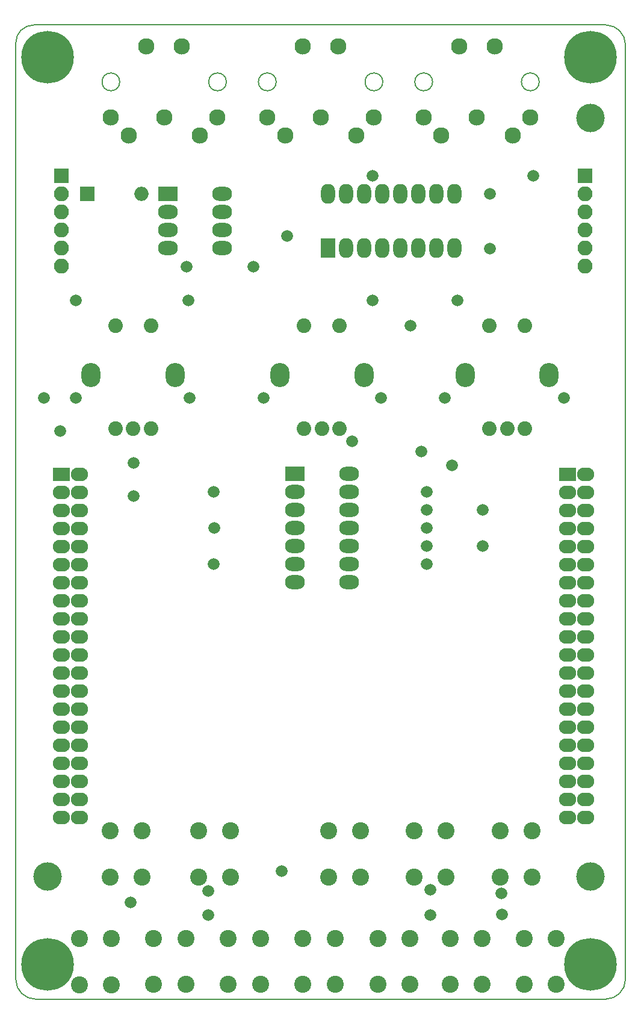
<source format=gbr>
G04 #@! TF.FileFunction,Soldermask,Top*
%FSLAX46Y46*%
G04 Gerber Fmt 4.6, Leading zero omitted, Abs format (unit mm)*
G04 Created by KiCad (PCBNEW 4.0.6-e0-6349~53~ubuntu16.04.1) date Sat Aug 19 19:33:35 2017*
%MOMM*%
%LPD*%
G01*
G04 APERTURE LIST*
%ADD10C,0.100000*%
%ADD11C,0.150000*%
%ADD12R,2.400000X1.924000*%
%ADD13O,2.400000X1.924000*%
%ADD14C,2.300000*%
%ADD15O,2.700000X3.400000*%
%ADD16C,2.050000*%
%ADD17R,2.800000X2.000000*%
%ADD18O,2.800000X2.000000*%
%ADD19R,2.000000X2.800000*%
%ADD20O,2.000000X2.800000*%
%ADD21C,2.400000*%
%ADD22R,2.100000X2.100000*%
%ADD23O,2.100000X2.100000*%
%ADD24R,2.000000X2.000000*%
%ADD25O,2.000000X2.000000*%
%ADD26C,7.400000*%
%ADD27C,4.000000*%
%ADD28C,1.670000*%
G04 APERTURE END LIST*
D10*
D11*
X115125000Y-33750000D02*
G75*
G03X115125000Y-33750000I-1250000J0D01*
G01*
X100125000Y-33750000D02*
G75*
G03X100125000Y-33750000I-1250000J0D01*
G01*
X93125000Y-33750000D02*
G75*
G03X93125000Y-33750000I-1250000J0D01*
G01*
X78125000Y-33750000D02*
G75*
G03X78125000Y-33750000I-1250000J0D01*
G01*
X56125000Y-33750000D02*
G75*
G03X56125000Y-33750000I-1250000J0D01*
G01*
X71125000Y-33750000D02*
G75*
G03X71125000Y-33750000I-1250000J0D01*
G01*
X124500000Y-162750000D02*
G75*
G03X127250000Y-160000000I0J2750000D01*
G01*
X44250000Y-162750000D02*
X124500000Y-162750000D01*
X127250000Y-28500000D02*
X127250000Y-160000000D01*
X127250000Y-28500000D02*
G75*
G03X124500000Y-25750000I-2750000J0D01*
G01*
X44000000Y-25750000D02*
X124500000Y-25750000D01*
X44000000Y-25750000D02*
G75*
G03X41500000Y-28250000I0J-2500000D01*
G01*
X41500000Y-160000000D02*
X41500000Y-28250000D01*
X41500000Y-160000000D02*
G75*
G03X44250000Y-162750000I2750000J0D01*
G01*
D12*
X119126000Y-88995000D03*
D13*
X121666000Y-88995000D03*
X119126000Y-101695000D03*
X121666000Y-91535000D03*
X119126000Y-104235000D03*
X121666000Y-94075000D03*
X119126000Y-106775000D03*
X121666000Y-96615000D03*
X119126000Y-109315000D03*
X121666000Y-99155000D03*
X119126000Y-111855000D03*
X121666000Y-101695000D03*
X119126000Y-114395000D03*
X121666000Y-104235000D03*
X119126000Y-116935000D03*
X121666000Y-106775000D03*
X119126000Y-119475000D03*
X121666000Y-109315000D03*
X119126000Y-122015000D03*
X121666000Y-111855000D03*
X119126000Y-124555000D03*
X121666000Y-114395000D03*
X119126000Y-127095000D03*
X121666000Y-116935000D03*
X121666000Y-119475000D03*
X119126000Y-129635000D03*
X121666000Y-122015000D03*
X121666000Y-127095000D03*
X121666000Y-129635000D03*
X121666000Y-132175000D03*
X121666000Y-134715000D03*
X119126000Y-132175000D03*
X119126000Y-134715000D03*
X119126000Y-91535000D03*
X119126000Y-94075000D03*
X119126000Y-96615000D03*
X119126000Y-99155000D03*
X119126000Y-137255000D03*
X121666000Y-137255000D03*
X121666000Y-124555000D03*
D14*
X54875000Y-38750000D03*
X57375000Y-41250000D03*
X62375000Y-38750000D03*
X67375000Y-41250000D03*
X69875000Y-38750000D03*
X64875000Y-28750000D03*
X59875000Y-28750000D03*
X76875000Y-38750000D03*
X79375000Y-41250000D03*
X84375000Y-38750000D03*
X89375000Y-41250000D03*
X91875000Y-38750000D03*
X86875000Y-28750000D03*
X81875000Y-28750000D03*
X98875000Y-38750000D03*
X101375000Y-41250000D03*
X106375000Y-38750000D03*
X111375000Y-41250000D03*
X113875000Y-38750000D03*
X108875000Y-28750000D03*
X103875000Y-28750000D03*
D15*
X52100000Y-75000000D03*
D16*
X55500000Y-82500000D03*
X60500000Y-82500000D03*
X58000000Y-82500000D03*
X55500000Y-68000000D03*
X60500000Y-68000000D03*
D15*
X63900000Y-75000000D03*
X78669500Y-75000000D03*
D16*
X82069500Y-82500000D03*
X87069500Y-82500000D03*
X84569500Y-82500000D03*
X82069500Y-68000000D03*
X87069500Y-68000000D03*
D15*
X90469500Y-75000000D03*
X104715000Y-75000000D03*
D16*
X108115000Y-82500000D03*
X113115000Y-82500000D03*
X110615000Y-82500000D03*
X108115000Y-68000000D03*
X113115000Y-68000000D03*
D15*
X116515000Y-75000000D03*
D17*
X80772000Y-88868000D03*
D18*
X88392000Y-104108000D03*
X80772000Y-91408000D03*
X88392000Y-101568000D03*
X80772000Y-93948000D03*
X88392000Y-99028000D03*
X80772000Y-96488000D03*
X88392000Y-96488000D03*
X80772000Y-99028000D03*
X88392000Y-93948000D03*
X80772000Y-101568000D03*
X88392000Y-91408000D03*
X80772000Y-104108000D03*
X88392000Y-88868000D03*
D19*
X85380000Y-57120000D03*
D20*
X103160000Y-49500000D03*
X87920000Y-57120000D03*
X100620000Y-49500000D03*
X90460000Y-57120000D03*
X98080000Y-49500000D03*
X93000000Y-57120000D03*
X95540000Y-49500000D03*
X95540000Y-57120000D03*
X93000000Y-49500000D03*
X98080000Y-57120000D03*
X90460000Y-49500000D03*
X100620000Y-57120000D03*
X87920000Y-49500000D03*
X103160000Y-57120000D03*
X85380000Y-49500000D03*
D17*
X62880000Y-49460000D03*
D18*
X70500000Y-57080000D03*
X62880000Y-52000000D03*
X70500000Y-54540000D03*
X62880000Y-54540000D03*
X70500000Y-52000000D03*
X62880000Y-57080000D03*
X70500000Y-49460000D03*
D21*
X117500000Y-160700000D03*
X113000000Y-160700000D03*
X117500000Y-154200000D03*
X113000000Y-154200000D03*
X114100000Y-145600000D03*
X109600000Y-145600000D03*
X114100000Y-139100000D03*
X109600000Y-139100000D03*
X107100000Y-160700000D03*
X102600000Y-160700000D03*
X107100000Y-154200000D03*
X102600000Y-154200000D03*
X102000000Y-145600000D03*
X97500000Y-145600000D03*
X102000000Y-139100000D03*
X97500000Y-139100000D03*
X96956000Y-160700000D03*
X92456000Y-160700000D03*
X96956000Y-154200000D03*
X92456000Y-154200000D03*
X90000000Y-145600000D03*
X85500000Y-145600000D03*
X90000000Y-139100000D03*
X85500000Y-139100000D03*
X86400000Y-160700000D03*
X81900000Y-160700000D03*
X86400000Y-154200000D03*
X81900000Y-154200000D03*
X75900000Y-160700000D03*
X71400000Y-160700000D03*
X75900000Y-154200000D03*
X71400000Y-154200000D03*
X71700000Y-145600000D03*
X67200000Y-145600000D03*
X71700000Y-139100000D03*
X67200000Y-139100000D03*
X65400000Y-160700000D03*
X60900000Y-160700000D03*
X65400000Y-154200000D03*
X60900000Y-154200000D03*
X59300000Y-145600000D03*
X54800000Y-145600000D03*
X59300000Y-139100000D03*
X54800000Y-139100000D03*
X50419000Y-154273000D03*
X54919000Y-154273000D03*
X50419000Y-160773000D03*
X54919000Y-160773000D03*
D22*
X121539000Y-47000000D03*
D23*
X121539000Y-49540000D03*
X121539000Y-52080000D03*
X121539000Y-54620000D03*
X121539000Y-57160000D03*
X121539000Y-59700000D03*
D22*
X47879000Y-47000000D03*
D23*
X47879000Y-49540000D03*
X47879000Y-52080000D03*
X47879000Y-54620000D03*
X47879000Y-57160000D03*
X47879000Y-59700000D03*
D24*
X51562000Y-49530000D03*
D25*
X59182000Y-49530000D03*
D26*
X45974000Y-30320200D03*
X122301000Y-30320200D03*
X45974000Y-157853600D03*
X122301000Y-157853600D03*
D27*
X122300000Y-38830000D03*
X122300000Y-145510000D03*
X45974000Y-145510000D03*
D12*
X47879000Y-88995000D03*
D13*
X50419000Y-88995000D03*
X47879000Y-101695000D03*
X50419000Y-91535000D03*
X47879000Y-104235000D03*
X50419000Y-94075000D03*
X47879000Y-106775000D03*
X50419000Y-96615000D03*
X47879000Y-109315000D03*
X50419000Y-99155000D03*
X47879000Y-111855000D03*
X50419000Y-101695000D03*
X47879000Y-114395000D03*
X50419000Y-104235000D03*
X47879000Y-116935000D03*
X50419000Y-106775000D03*
X47879000Y-119475000D03*
X50419000Y-109315000D03*
X47879000Y-122015000D03*
X50419000Y-111855000D03*
X47879000Y-124555000D03*
X50419000Y-114395000D03*
X47879000Y-127095000D03*
X50419000Y-116935000D03*
X50419000Y-119475000D03*
X47879000Y-129635000D03*
X50419000Y-122015000D03*
X50419000Y-127095000D03*
X50419000Y-129635000D03*
X50419000Y-132175000D03*
X50419000Y-134715000D03*
X47879000Y-132175000D03*
X47879000Y-134715000D03*
X47879000Y-91535000D03*
X47879000Y-94075000D03*
X47879000Y-96615000D03*
X47879000Y-99155000D03*
X47879000Y-137255000D03*
X50419000Y-137255000D03*
X50419000Y-124555000D03*
D28*
X88775000Y-84328000D03*
X74930000Y-59784998D03*
X65532000Y-59784994D03*
X101853998Y-78200000D03*
X45466000Y-78200000D03*
X118618000Y-78200000D03*
X92837000Y-78200000D03*
X76327000Y-78200000D03*
X49911002Y-78200000D03*
X65913000Y-78200000D03*
X78867002Y-144780000D03*
X103614010Y-64484000D03*
X57658000Y-149193000D03*
X79654400Y-55390800D03*
X49911002Y-64484000D03*
X114300000Y-46958000D03*
X91694000Y-46958000D03*
X109855000Y-150844000D03*
X109808000Y-147923000D03*
X99822000Y-150971000D03*
X99822000Y-147415000D03*
X68580000Y-150971000D03*
X68580000Y-147542000D03*
X58039000Y-92043000D03*
X58039000Y-87344000D03*
X107188000Y-93948000D03*
X99314000Y-93948000D03*
X107188000Y-99028000D03*
X99314000Y-99028000D03*
X47752000Y-82899000D03*
X102870006Y-87725000D03*
X108202000Y-57243000D03*
X108202000Y-49500000D03*
X97014010Y-68040000D03*
X69392800Y-96488000D03*
X65786000Y-64484000D03*
X69342000Y-91408000D03*
X69342000Y-101568000D03*
X91694000Y-64484000D03*
X99314000Y-91408000D03*
X99314000Y-96488000D03*
X98552000Y-85725000D03*
X99314000Y-101568000D03*
M02*

</source>
